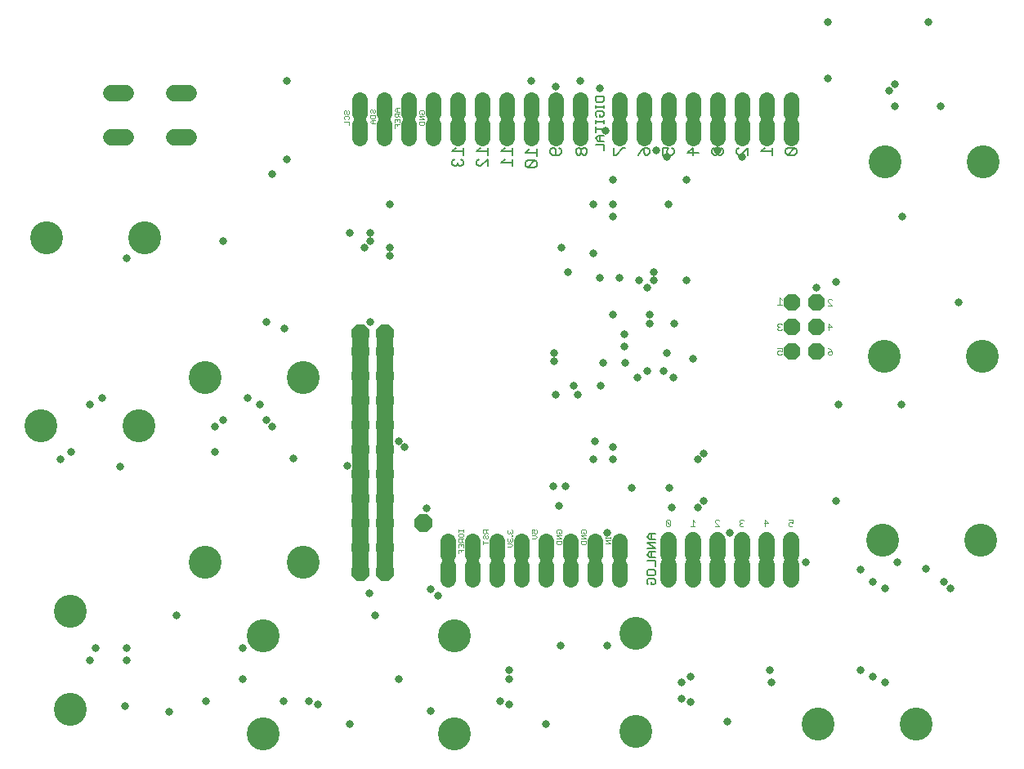
<source format=gbs>
G75*
%MOIN*%
%OFA0B0*%
%FSLAX24Y24*%
%IPPOS*%
%LPD*%
%AMOC8*
5,1,8,0,0,1.08239X$1,22.5*
%
%ADD10C,0.0680*%
%ADD11C,0.0050*%
%ADD12C,0.0060*%
%ADD13C,0.0040*%
%ADD14C,0.0030*%
%ADD15C,0.0621*%
%ADD16C,0.0660*%
%ADD17OC8,0.0670*%
%ADD18C,0.1340*%
%ADD19OC8,0.0729*%
%ADD20C,0.0330*%
D10*
X017436Y012030D02*
X017436Y021780D01*
X018436Y021780D02*
X018436Y012030D01*
D11*
X029111Y012073D02*
X029169Y012132D01*
X029403Y012132D01*
X029461Y012073D01*
X029461Y011957D01*
X029403Y011898D01*
X029169Y011898D01*
X029111Y011957D01*
X029111Y012073D01*
X029169Y011763D02*
X029403Y011763D01*
X029461Y011705D01*
X029461Y011588D01*
X029403Y011530D01*
X029286Y011530D01*
X029286Y011647D01*
X029169Y011763D02*
X029111Y011705D01*
X029111Y011588D01*
X029169Y011530D01*
X029461Y012267D02*
X029461Y012500D01*
X029111Y012500D01*
X029228Y012635D02*
X029461Y012635D01*
X029286Y012635D02*
X029286Y012868D01*
X029228Y012868D02*
X029111Y012752D01*
X029228Y012635D01*
X029228Y012868D02*
X029461Y012868D01*
X029461Y013003D02*
X029111Y013003D01*
X029111Y013237D02*
X029461Y013003D01*
X029461Y013237D02*
X029111Y013237D01*
X029228Y013371D02*
X029461Y013371D01*
X029286Y013371D02*
X029286Y013605D01*
X029228Y013605D02*
X029111Y013488D01*
X029228Y013371D01*
X029228Y013605D02*
X029461Y013605D01*
X027361Y029257D02*
X027361Y029491D01*
X027011Y029491D01*
X027128Y029625D02*
X027361Y029625D01*
X027186Y029625D02*
X027186Y029859D01*
X027128Y029859D02*
X027361Y029859D01*
X027128Y029859D02*
X027011Y029742D01*
X027128Y029625D01*
X027011Y029994D02*
X027011Y030227D01*
X027011Y030111D02*
X027361Y030111D01*
X027361Y030356D02*
X027361Y030473D01*
X027361Y030414D02*
X027011Y030414D01*
X027011Y030356D02*
X027011Y030473D01*
X027069Y030608D02*
X027011Y030666D01*
X027011Y030783D01*
X027069Y030841D01*
X027303Y030841D01*
X027361Y030783D01*
X027361Y030666D01*
X027303Y030608D01*
X027186Y030608D01*
X027186Y030724D01*
X027011Y030970D02*
X027011Y031087D01*
X027011Y031028D02*
X027361Y031028D01*
X027361Y030970D02*
X027361Y031087D01*
X027303Y031221D02*
X027069Y031221D01*
X027011Y031280D01*
X027011Y031455D01*
X027361Y031455D01*
X027361Y031280D01*
X027303Y031221D01*
D12*
X027766Y029350D02*
X027766Y029056D01*
X027839Y029056D01*
X028133Y029350D01*
X028206Y029350D01*
X028766Y029056D02*
X028839Y029203D01*
X028986Y029350D01*
X028986Y029130D01*
X029060Y029056D01*
X029133Y029056D01*
X029206Y029130D01*
X029206Y029277D01*
X029133Y029350D01*
X028986Y029350D01*
X029766Y029350D02*
X029766Y029056D01*
X029913Y029130D02*
X029986Y029056D01*
X030133Y029056D01*
X030206Y029130D01*
X030206Y029277D01*
X030133Y029350D01*
X029986Y029350D02*
X029913Y029203D01*
X029913Y029130D01*
X029986Y029350D02*
X029766Y029350D01*
X030766Y029130D02*
X030986Y029350D01*
X030986Y029056D01*
X031206Y029130D02*
X030766Y029130D01*
X031766Y029130D02*
X031839Y029056D01*
X031913Y029056D01*
X031986Y029130D01*
X032060Y029056D01*
X032133Y029056D01*
X032206Y029130D01*
X032206Y029277D01*
X032133Y029350D01*
X031986Y029203D02*
X031986Y029130D01*
X031766Y029130D02*
X031766Y029277D01*
X031839Y029350D01*
X032766Y029277D02*
X032766Y029130D01*
X032839Y029056D01*
X032913Y029056D01*
X033206Y029350D01*
X033206Y029056D01*
X032839Y029350D02*
X032766Y029277D01*
X033766Y029203D02*
X034206Y029203D01*
X034206Y029350D02*
X034206Y029056D01*
X033913Y029350D02*
X033766Y029203D01*
X034766Y029130D02*
X034839Y029056D01*
X035133Y029350D01*
X035206Y029277D01*
X035206Y029130D01*
X035133Y029056D01*
X034839Y029056D01*
X034766Y029130D02*
X034766Y029277D01*
X034839Y029350D01*
X035133Y029350D01*
X026656Y029277D02*
X026656Y029130D01*
X026583Y029056D01*
X026510Y029056D01*
X026436Y029130D01*
X026436Y029277D01*
X026363Y029350D01*
X026289Y029350D01*
X026216Y029277D01*
X026216Y029130D01*
X026289Y029056D01*
X026363Y029056D01*
X026436Y029130D01*
X026436Y029277D02*
X026510Y029350D01*
X026583Y029350D01*
X026656Y029277D01*
X025606Y029277D02*
X025606Y029130D01*
X025533Y029056D01*
X025239Y029056D01*
X025166Y029130D01*
X025166Y029277D01*
X025239Y029350D01*
X025313Y029350D01*
X025386Y029277D01*
X025386Y029056D01*
X025606Y029277D02*
X025533Y029350D01*
X024606Y029300D02*
X024606Y029006D01*
X024606Y029153D02*
X024166Y029153D01*
X024313Y029300D01*
X024239Y028840D02*
X024166Y028766D01*
X024166Y028619D01*
X024239Y028546D01*
X024533Y028840D01*
X024606Y028766D01*
X024606Y028619D01*
X024533Y028546D01*
X024239Y028546D01*
X024239Y028840D02*
X024533Y028840D01*
X023606Y028890D02*
X023606Y028596D01*
X023606Y028743D02*
X023166Y028743D01*
X023313Y028890D01*
X023606Y029056D02*
X023606Y029350D01*
X023606Y029203D02*
X023166Y029203D01*
X023313Y029350D01*
X022606Y029350D02*
X022606Y029056D01*
X022606Y029203D02*
X022166Y029203D01*
X022313Y029350D01*
X021606Y029350D02*
X021606Y029056D01*
X021606Y029203D02*
X021166Y029203D01*
X021313Y029350D01*
X021239Y028890D02*
X021166Y028816D01*
X021166Y028669D01*
X021239Y028596D01*
X021313Y028596D01*
X021386Y028669D01*
X021460Y028596D01*
X021533Y028596D01*
X021606Y028669D01*
X021606Y028816D01*
X021533Y028890D01*
X021386Y028743D02*
X021386Y028669D01*
X022166Y028669D02*
X022166Y028816D01*
X022239Y028890D01*
X022166Y028669D02*
X022239Y028596D01*
X022313Y028596D01*
X022606Y028890D01*
X022606Y028596D01*
D13*
X034523Y023230D02*
X034523Y022950D01*
X034616Y022950D02*
X034429Y022950D01*
X034616Y023137D02*
X034523Y023230D01*
X034570Y022180D02*
X034476Y022180D01*
X034429Y022134D01*
X034429Y022087D01*
X034476Y022040D01*
X034429Y021993D01*
X034429Y021947D01*
X034476Y021900D01*
X034570Y021900D01*
X034616Y021947D01*
X034523Y022040D02*
X034476Y022040D01*
X034616Y022134D02*
X034570Y022180D01*
X034616Y021180D02*
X034616Y021040D01*
X034523Y021087D01*
X034476Y021087D01*
X034429Y021040D01*
X034429Y020947D01*
X034476Y020900D01*
X034570Y020900D01*
X034616Y020947D01*
X034616Y021180D02*
X034429Y021180D01*
X036479Y021180D02*
X036573Y021134D01*
X036666Y021040D01*
X036526Y021040D01*
X036479Y020993D01*
X036479Y020947D01*
X036526Y020900D01*
X036620Y020900D01*
X036666Y020947D01*
X036666Y021040D01*
X036526Y021900D02*
X036526Y022180D01*
X036666Y022040D01*
X036479Y022040D01*
X036479Y022900D02*
X036666Y022900D01*
X036479Y023087D01*
X036479Y023134D01*
X036526Y023180D01*
X036620Y023180D01*
X036666Y023134D01*
X035066Y014180D02*
X035066Y014040D01*
X034973Y014087D01*
X034926Y014087D01*
X034879Y014040D01*
X034879Y013947D01*
X034926Y013900D01*
X035020Y013900D01*
X035066Y013947D01*
X035066Y014180D02*
X034879Y014180D01*
X034066Y014040D02*
X033879Y014040D01*
X033926Y013900D02*
X033926Y014180D01*
X034066Y014040D01*
X033066Y013947D02*
X033020Y013900D01*
X032926Y013900D01*
X032879Y013947D01*
X032879Y013993D01*
X032926Y014040D01*
X032973Y014040D01*
X032926Y014040D02*
X032879Y014087D01*
X032879Y014134D01*
X032926Y014180D01*
X033020Y014180D01*
X033066Y014134D01*
X032066Y014134D02*
X032020Y014180D01*
X031926Y014180D01*
X031879Y014134D01*
X031879Y014087D01*
X032066Y013900D01*
X031879Y013900D01*
X031066Y013900D02*
X030879Y013900D01*
X030973Y013900D02*
X030973Y014180D01*
X031066Y014087D01*
X030066Y014134D02*
X030066Y013947D01*
X029879Y014134D01*
X029879Y013947D01*
X029926Y013900D01*
X030020Y013900D01*
X030066Y013947D01*
X030066Y014134D02*
X030020Y014180D01*
X029926Y014180D01*
X029879Y014134D01*
D14*
X027621Y013645D02*
X027551Y013575D01*
X027411Y013575D01*
X027411Y013494D02*
X027411Y013424D01*
X027411Y013459D02*
X027621Y013459D01*
X027621Y013494D02*
X027621Y013424D01*
X027621Y013347D02*
X027411Y013347D01*
X027621Y013207D01*
X027411Y013207D01*
X027621Y013645D02*
X027551Y013715D01*
X027411Y013715D01*
X026621Y013730D02*
X026621Y013660D01*
X026586Y013625D01*
X026516Y013625D01*
X026516Y013695D01*
X026446Y013765D02*
X026586Y013765D01*
X026621Y013730D01*
X026446Y013765D02*
X026411Y013730D01*
X026411Y013660D01*
X026446Y013625D01*
X026411Y013544D02*
X026621Y013404D01*
X026411Y013404D01*
X026411Y013323D02*
X026411Y013218D01*
X026446Y013183D01*
X026586Y013183D01*
X026621Y013218D01*
X026621Y013323D01*
X026411Y013323D01*
X026411Y013544D02*
X026621Y013544D01*
X025621Y013544D02*
X025411Y013544D01*
X025621Y013404D01*
X025411Y013404D01*
X025411Y013323D02*
X025411Y013218D01*
X025446Y013183D01*
X025586Y013183D01*
X025621Y013218D01*
X025621Y013323D01*
X025411Y013323D01*
X025446Y013625D02*
X025411Y013660D01*
X025411Y013730D01*
X025446Y013765D01*
X025586Y013765D01*
X025621Y013730D01*
X025621Y013660D01*
X025586Y013625D01*
X025516Y013625D01*
X025516Y013695D01*
X024621Y013660D02*
X024621Y013730D01*
X024586Y013765D01*
X024516Y013765D02*
X024481Y013695D01*
X024481Y013660D01*
X024516Y013625D01*
X024586Y013625D01*
X024621Y013660D01*
X024551Y013544D02*
X024621Y013474D01*
X024551Y013404D01*
X024411Y013404D01*
X024411Y013544D02*
X024551Y013544D01*
X024411Y013625D02*
X024411Y013765D01*
X024516Y013765D01*
X023621Y013730D02*
X023621Y013660D01*
X023586Y013625D01*
X023551Y013625D01*
X023516Y013660D01*
X023516Y013695D01*
X023516Y013660D02*
X023481Y013625D01*
X023446Y013625D01*
X023411Y013660D01*
X023411Y013730D01*
X023446Y013765D01*
X023586Y013765D02*
X023621Y013730D01*
X023621Y013544D02*
X023621Y013509D01*
X023586Y013509D01*
X023586Y013544D01*
X023621Y013544D01*
X023586Y013434D02*
X023621Y013398D01*
X023621Y013328D01*
X023586Y013293D01*
X023551Y013293D01*
X023516Y013328D01*
X023516Y013363D01*
X023516Y013328D02*
X023481Y013293D01*
X023446Y013293D01*
X023411Y013328D01*
X023411Y013398D01*
X023446Y013434D01*
X023411Y013213D02*
X023551Y013213D01*
X023621Y013142D01*
X023551Y013072D01*
X023411Y013072D01*
X022621Y013253D02*
X022411Y013253D01*
X022411Y013323D02*
X022411Y013183D01*
X022446Y013404D02*
X022411Y013439D01*
X022411Y013509D01*
X022446Y013544D01*
X022481Y013544D01*
X022516Y013509D01*
X022516Y013439D01*
X022551Y013404D01*
X022586Y013404D01*
X022621Y013439D01*
X022621Y013509D01*
X022586Y013544D01*
X022621Y013625D02*
X022551Y013695D01*
X022551Y013660D02*
X022551Y013765D01*
X022621Y013765D02*
X022411Y013765D01*
X022411Y013660D01*
X022446Y013625D01*
X022516Y013625D01*
X022551Y013660D01*
X021621Y013695D02*
X021621Y013765D01*
X021621Y013730D02*
X021411Y013730D01*
X021411Y013765D02*
X021411Y013695D01*
X021446Y013618D02*
X021411Y013583D01*
X021411Y013513D01*
X021446Y013478D01*
X021586Y013478D01*
X021621Y013513D01*
X021621Y013583D01*
X021586Y013618D01*
X021446Y013618D01*
X021411Y013397D02*
X021621Y013397D01*
X021551Y013397D02*
X021551Y013292D01*
X021516Y013257D01*
X021446Y013257D01*
X021411Y013292D01*
X021411Y013397D01*
X021551Y013327D02*
X021621Y013257D01*
X021621Y013176D02*
X021621Y013036D01*
X021621Y012955D02*
X021411Y012955D01*
X021411Y012815D01*
X021516Y012885D02*
X021516Y012955D01*
X021411Y013036D02*
X021411Y013176D01*
X021621Y013176D01*
X021516Y013176D02*
X021516Y013106D01*
X019986Y030283D02*
X019846Y030283D01*
X019811Y030318D01*
X019811Y030423D01*
X020021Y030423D01*
X020021Y030318D01*
X019986Y030283D01*
X020021Y030504D02*
X019811Y030504D01*
X019811Y030644D02*
X020021Y030504D01*
X020021Y030644D02*
X019811Y030644D01*
X019846Y030725D02*
X019811Y030760D01*
X019811Y030830D01*
X019846Y030865D01*
X019986Y030865D01*
X020021Y030830D01*
X020021Y030760D01*
X019986Y030725D01*
X019916Y030725D01*
X019916Y030795D01*
X019021Y030825D02*
X018881Y030825D01*
X018811Y030895D01*
X018881Y030965D01*
X019021Y030965D01*
X018916Y030965D02*
X018916Y030825D01*
X018951Y030744D02*
X018951Y030639D01*
X018916Y030604D01*
X018846Y030604D01*
X018811Y030639D01*
X018811Y030744D01*
X019021Y030744D01*
X018951Y030674D02*
X019021Y030604D01*
X019021Y030523D02*
X019021Y030383D01*
X019021Y030302D02*
X018811Y030302D01*
X018811Y030162D01*
X018916Y030232D02*
X018916Y030302D01*
X018811Y030383D02*
X018811Y030523D01*
X019021Y030523D01*
X018916Y030523D02*
X018916Y030453D01*
X018021Y030473D02*
X017881Y030473D01*
X017811Y030403D01*
X017881Y030333D01*
X018021Y030333D01*
X017916Y030333D02*
X017916Y030473D01*
X017846Y030554D02*
X017811Y030589D01*
X017811Y030694D01*
X018021Y030694D01*
X018021Y030589D01*
X017986Y030554D01*
X017846Y030554D01*
X017846Y030775D02*
X017811Y030810D01*
X017811Y030880D01*
X017846Y030915D01*
X017881Y030915D01*
X017916Y030880D01*
X017916Y030810D01*
X017951Y030775D01*
X017986Y030775D01*
X018021Y030810D01*
X018021Y030880D01*
X017986Y030915D01*
X016971Y030830D02*
X016971Y030760D01*
X016936Y030725D01*
X016901Y030725D01*
X016866Y030760D01*
X016866Y030830D01*
X016831Y030865D01*
X016796Y030865D01*
X016761Y030830D01*
X016761Y030760D01*
X016796Y030725D01*
X016796Y030644D02*
X016936Y030644D01*
X016971Y030609D01*
X016971Y030539D01*
X016936Y030504D01*
X016971Y030423D02*
X016971Y030283D01*
X016971Y030423D02*
X016761Y030423D01*
X016796Y030504D02*
X016761Y030539D01*
X016761Y030609D01*
X016796Y030644D01*
X016971Y030830D02*
X016936Y030865D01*
D15*
X017386Y030749D02*
X017386Y031311D01*
X018386Y031311D02*
X018386Y030749D01*
X018386Y030311D02*
X018386Y029749D01*
X017386Y029749D02*
X017386Y030311D01*
X019386Y030311D02*
X019386Y029749D01*
X020386Y029749D02*
X020386Y030311D01*
X020386Y030749D02*
X020386Y031311D01*
X019386Y031311D02*
X019386Y030749D01*
X021386Y030749D02*
X021386Y031311D01*
X022386Y031311D02*
X022386Y030749D01*
X022386Y030311D02*
X022386Y029749D01*
X023386Y029749D02*
X023386Y030311D01*
X023386Y030749D02*
X023386Y031311D01*
X024386Y031311D02*
X024386Y030749D01*
X024386Y030311D02*
X024386Y029749D01*
X025386Y029749D02*
X025386Y030311D01*
X025386Y030749D02*
X025386Y031311D01*
X026386Y031311D02*
X026386Y030749D01*
X026386Y030311D02*
X026386Y029749D01*
X027986Y029749D02*
X027986Y030311D01*
X027986Y030749D02*
X027986Y031311D01*
X028986Y031311D02*
X028986Y030749D01*
X028986Y030311D02*
X028986Y029749D01*
X029986Y029749D02*
X029986Y030311D01*
X029986Y030749D02*
X029986Y031311D01*
X030986Y031311D02*
X030986Y030749D01*
X030986Y030311D02*
X030986Y029749D01*
X031986Y029749D02*
X031986Y030311D01*
X031986Y030749D02*
X031986Y031311D01*
X032986Y031311D02*
X032986Y030749D01*
X032986Y030311D02*
X032986Y029749D01*
X033986Y029749D02*
X033986Y030311D01*
X033986Y030749D02*
X033986Y031311D01*
X034986Y031311D02*
X034986Y030749D01*
X034986Y030311D02*
X034986Y029749D01*
X021386Y029749D02*
X021386Y030311D01*
X020986Y013311D02*
X020986Y012749D01*
X020986Y012311D02*
X020986Y011749D01*
X021986Y011749D02*
X021986Y012311D01*
X021986Y012749D02*
X021986Y013311D01*
X022986Y013311D02*
X022986Y012749D01*
X022986Y012311D02*
X022986Y011749D01*
X023986Y011749D02*
X023986Y012311D01*
X023986Y012749D02*
X023986Y013311D01*
X024986Y013311D02*
X024986Y012749D01*
X024986Y012311D02*
X024986Y011749D01*
X025986Y011749D02*
X025986Y012311D01*
X025986Y012749D02*
X025986Y013311D01*
X026986Y013311D02*
X026986Y012749D01*
X026986Y012311D02*
X026986Y011749D01*
X027986Y011749D02*
X027986Y012311D01*
X027986Y012749D02*
X027986Y013311D01*
D16*
X029986Y013330D02*
X029986Y012730D01*
X029986Y012330D02*
X029986Y011730D01*
X030986Y011730D02*
X030986Y012330D01*
X030986Y012730D02*
X030986Y013330D01*
X031986Y013330D02*
X031986Y012730D01*
X031986Y012330D02*
X031986Y011730D01*
X032986Y011730D02*
X032986Y012330D01*
X032986Y012730D02*
X032986Y013330D01*
X033986Y013330D02*
X033986Y012730D01*
X033986Y012330D02*
X033986Y011730D01*
X034986Y011730D02*
X034986Y012330D01*
X034986Y012730D02*
X034986Y013330D01*
X010416Y029790D02*
X009816Y029790D01*
X007856Y029790D02*
X007256Y029790D01*
X007256Y031570D02*
X007856Y031570D01*
X009816Y031570D02*
X010416Y031570D01*
D17*
X035036Y023030D03*
X036036Y023030D03*
X036036Y022030D03*
X035036Y022030D03*
X035036Y021030D03*
X036036Y021030D03*
D18*
X005589Y006430D03*
X005589Y010430D03*
X011086Y012432D03*
X013439Y009430D03*
X015086Y012432D03*
X021239Y009430D03*
X021239Y005430D03*
X028639Y005530D03*
X028639Y009530D03*
X036086Y005832D03*
X040086Y005832D03*
X038736Y013332D03*
X042736Y013332D03*
X042786Y020832D03*
X038786Y020832D03*
X038836Y028782D03*
X042836Y028782D03*
X015086Y019982D03*
X011086Y019982D03*
X008386Y018028D03*
X004386Y018028D03*
X004636Y025678D03*
X008636Y025678D03*
X013439Y005430D03*
D19*
X017436Y012030D03*
X018436Y012030D03*
X018436Y013030D03*
X017436Y013030D03*
X017436Y014030D03*
X018436Y014030D03*
X018436Y015030D03*
X017436Y015030D03*
X017436Y016030D03*
X017436Y017030D03*
X018436Y017030D03*
X018436Y016030D03*
X018436Y018030D03*
X017436Y018030D03*
X017436Y019030D03*
X017436Y020030D03*
X018436Y020030D03*
X018436Y019030D03*
X018436Y021030D03*
X018436Y021780D03*
X017436Y021780D03*
X017436Y021030D03*
X019986Y014030D03*
D20*
X020136Y014630D03*
X019236Y017130D03*
X018986Y017380D03*
X016886Y016380D03*
X014686Y016680D03*
X013836Y017980D03*
X013586Y018230D03*
X013336Y018880D03*
X012836Y019130D03*
X011836Y018230D03*
X011486Y017980D03*
X011486Y016930D03*
X007636Y016330D03*
X005636Y016930D03*
X005186Y016630D03*
X006386Y018880D03*
X006886Y019130D03*
X013586Y022230D03*
X014336Y021980D03*
X017836Y022230D03*
X018636Y024930D03*
X018636Y025280D03*
X017836Y025530D03*
X017836Y025880D03*
X017586Y025280D03*
X016986Y025880D03*
X018636Y027030D03*
X014436Y028880D03*
X013836Y028280D03*
X011836Y025530D03*
X007886Y024830D03*
X014436Y032080D03*
X024386Y032080D03*
X025386Y031830D03*
X026386Y032080D03*
X027186Y031780D03*
X027436Y030030D03*
X029486Y029230D03*
X029936Y028980D03*
X030736Y028030D03*
X029986Y027030D03*
X027736Y027030D03*
X027736Y026530D03*
X026936Y027030D03*
X027736Y028030D03*
X025636Y025280D03*
X025886Y024280D03*
X026936Y025030D03*
X027186Y024030D03*
X027986Y024030D03*
X028786Y023930D03*
X029136Y023630D03*
X029386Y023930D03*
X029386Y024280D03*
X030736Y023930D03*
X029236Y022530D03*
X029236Y022180D03*
X030236Y022180D03*
X029936Y020980D03*
X029786Y020230D03*
X030186Y019980D03*
X029136Y020230D03*
X028736Y019980D03*
X028236Y020580D03*
X028186Y021230D03*
X028186Y021730D03*
X027736Y022530D03*
X027336Y020580D03*
X027236Y019630D03*
X026286Y019280D03*
X026136Y019630D03*
X025386Y019280D03*
X025336Y020630D03*
X025336Y020980D03*
X026986Y017380D03*
X026936Y016630D03*
X027736Y016630D03*
X027736Y017130D03*
X028486Y015480D03*
X030036Y015480D03*
X030136Y014680D03*
X031186Y014680D03*
X031436Y014930D03*
X032486Y013630D03*
X035586Y012430D03*
X037836Y012130D03*
X038336Y011630D03*
X038836Y011380D03*
X039336Y012430D03*
X040486Y012180D03*
X041236Y011630D03*
X041486Y011380D03*
X037836Y008030D03*
X038336Y007780D03*
X038836Y007530D03*
X034186Y007530D03*
X034136Y008030D03*
X032386Y005930D03*
X030886Y006730D03*
X030536Y006880D03*
X030536Y007530D03*
X030886Y007780D03*
X027486Y009030D03*
X025586Y009030D03*
X023486Y008030D03*
X023486Y007680D03*
X023136Y006780D03*
X023486Y006630D03*
X024986Y005830D03*
X020286Y006380D03*
X018986Y007680D03*
X016986Y005830D03*
X015686Y006630D03*
X015336Y006780D03*
X014286Y006780D03*
X012636Y007680D03*
X012636Y008930D03*
X011136Y006780D03*
X009636Y006330D03*
X007836Y006580D03*
X007886Y008430D03*
X007886Y008930D03*
X006636Y008930D03*
X006386Y008430D03*
X009936Y010280D03*
X017786Y011180D03*
X018036Y010280D03*
X020286Y011330D03*
X020586Y011080D03*
X025536Y014730D03*
X025286Y015530D03*
X025786Y015530D03*
X027486Y013630D03*
X031186Y016630D03*
X031436Y016880D03*
X030986Y020730D03*
X036036Y023630D03*
X036836Y023880D03*
X039536Y026530D03*
X041836Y023030D03*
X039486Y018880D03*
X036936Y018880D03*
X036836Y014930D03*
X032986Y028980D03*
X031986Y029230D03*
X036486Y032180D03*
X038986Y031680D03*
X039236Y031930D03*
X039236Y031030D03*
X041086Y031030D03*
X040586Y034480D03*
X036486Y034480D03*
M02*

</source>
